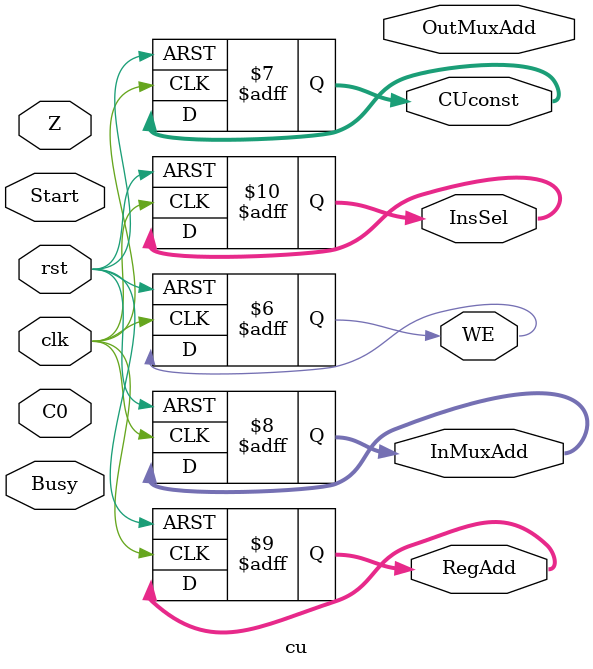
<source format=v>
`timescale 1ns / 1ps

module cu(
input clk,rst,Start,Busy,
input C0,Z,
output reg WE,
output reg [7:0] CUconst,
output reg [2:0] InMuxAdd,
output reg [3:0] RegAdd,
output reg [3:0] OutMuxAdd,
output reg [1:0] InsSel
    );

localparam idle = 3'b000;

reg [3:0] state;
always @(posedge clk, posedge rst) begin
    if(rst == 1) begin
        WE <= 0;
        CUconst <= 8'b11111111;
        InMuxAdd <= 0;
        RegAdd <= 4'b0001;
        InsSel <= 0;
    end else begin
        case (state)
            idle: begin
            
            end
             
            default: state <= idle;
        endcase

end

end
endmodule

</source>
